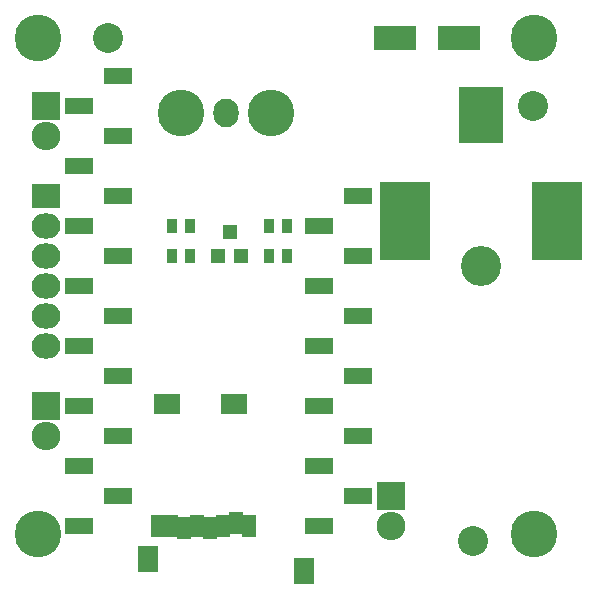
<source format=gts>
G04 #@! TF.FileFunction,Soldermask,Top*
%FSLAX46Y46*%
G04 Gerber Fmt 4.6, Leading zero omitted, Abs format (unit mm)*
G04 Created by KiCad (PCBNEW 4.0.5+dfsg1-4) date Mon Apr  9 20:40:12 2018*
%MOMM*%
%LPD*%
G01*
G04 APERTURE LIST*
%ADD10C,0.100000*%
%ADD11R,2.432000X2.432000*%
%ADD12O,2.432000X2.432000*%
%ADD13R,2.432000X2.127200*%
%ADD14O,2.432000X2.127200*%
%ADD15R,1.799540X2.299920*%
%ADD16R,1.197560X1.898600*%
%ADD17R,2.198320X1.799540*%
%ADD18R,1.197560X1.299160*%
%ADD19R,0.900000X1.300000*%
%ADD20C,3.956000*%
%ADD21R,3.700000X4.800000*%
%ADD22R,4.300000X6.600000*%
%ADD23C,3.400000*%
%ADD24R,3.597860X1.997660*%
%ADD25R,2.400000X1.400000*%
%ADD26C,2.540000*%
%ADD27O,2.127200X2.432000*%
G04 APERTURE END LIST*
D10*
D11*
X59690000Y-64770000D03*
D12*
X59690000Y-67310000D03*
D11*
X88900000Y-97790000D03*
D12*
X88900000Y-100330000D03*
D11*
X59690000Y-90170000D03*
D12*
X59690000Y-92710000D03*
D13*
X59690000Y-72390000D03*
D14*
X59690000Y-74930000D03*
X59690000Y-77470000D03*
X59690000Y-80010000D03*
X59690000Y-82550000D03*
X59690000Y-85090000D03*
D15*
X81516220Y-104155240D03*
X68369180Y-103154480D03*
D16*
X76868020Y-100304600D03*
X75768200Y-100103940D03*
X74670920Y-100304600D03*
X73571100Y-100505260D03*
X72471280Y-100304600D03*
X71368920Y-100505260D03*
X70269100Y-100304600D03*
X69169280Y-100304600D03*
D17*
X69969380Y-90007440D03*
X75666600Y-90007440D03*
D18*
X74300040Y-77448220D03*
X76199960Y-77448220D03*
X75250000Y-75451780D03*
D19*
X71870000Y-77470000D03*
X70370000Y-77470000D03*
X78625000Y-77470000D03*
X80125000Y-77470000D03*
X80125000Y-74930000D03*
X78625000Y-74930000D03*
X70370000Y-74930000D03*
X71870000Y-74930000D03*
D20*
X59000000Y-101000000D03*
X101000000Y-59000000D03*
X59000000Y-59000000D03*
X101000000Y-101000000D03*
D21*
X96520000Y-65530000D03*
D22*
X90070000Y-74480000D03*
X102970000Y-74480000D03*
D23*
X96520000Y-78280000D03*
D24*
X89302520Y-59000000D03*
X94697480Y-59000000D03*
D25*
X65785000Y-62230000D03*
X62485000Y-64770000D03*
X65785000Y-67310000D03*
X62485000Y-69850000D03*
X65785000Y-72390000D03*
X62485000Y-74930000D03*
X65785000Y-77470000D03*
X62485000Y-80010000D03*
X65785000Y-82550000D03*
X62485000Y-85090000D03*
X65785000Y-87630000D03*
X62485000Y-90170000D03*
X65785000Y-92710000D03*
X62485000Y-95250000D03*
X65785000Y-97790000D03*
X62485000Y-100330000D03*
X86105000Y-72390000D03*
X82805000Y-74930000D03*
X86105000Y-77470000D03*
X82805000Y-80010000D03*
X86105000Y-82550000D03*
X82805000Y-85090000D03*
X86105000Y-87630000D03*
X82805000Y-90170000D03*
X86105000Y-92710000D03*
X82805000Y-95250000D03*
X86105000Y-97790000D03*
X82805000Y-100330000D03*
D26*
X100965000Y-64770000D03*
X95885000Y-101600000D03*
X65000000Y-59000000D03*
D20*
X78740000Y-65405000D03*
D27*
X74930000Y-65405000D03*
D20*
X71120000Y-65405000D03*
M02*

</source>
